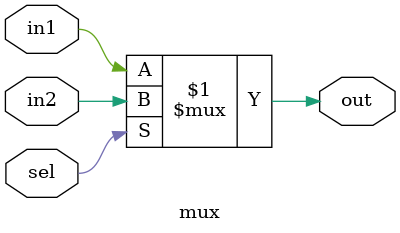
<source format=v>
module mux(out,sel,in1,in2);
input in1,in2,sel;
output out;
assign out=(sel)?in2:in1;
endmodule

</source>
